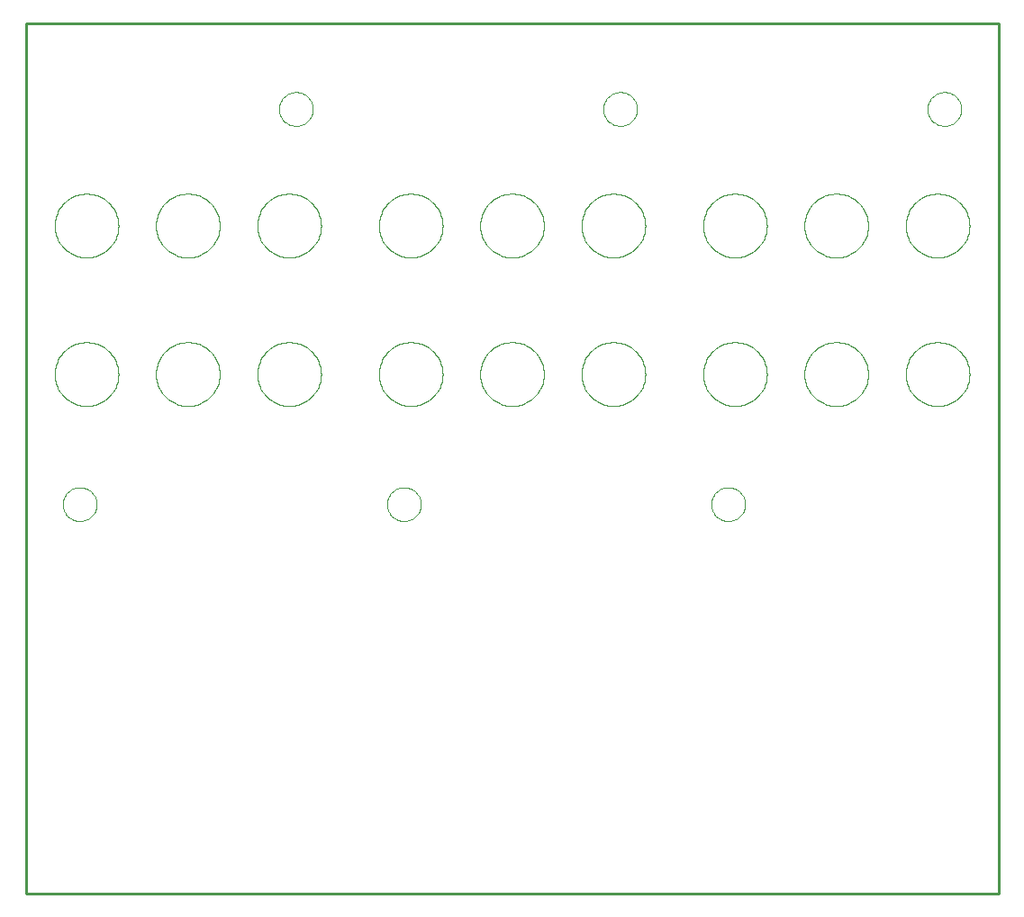
<source format=gm1>
G75*
%MOIN*%
%OFA0B0*%
%FSLAX24Y24*%
%IPPOS*%
%LPD*%
%AMOC8*
5,1,8,0,0,1.08239X$1,22.5*
%
%ADD10C,0.0000*%
%ADD11C,0.0100*%
D10*
X001635Y014610D02*
X001637Y014660D01*
X001643Y014709D01*
X001653Y014758D01*
X001666Y014805D01*
X001684Y014852D01*
X001705Y014897D01*
X001729Y014940D01*
X001757Y014981D01*
X001788Y015020D01*
X001822Y015056D01*
X001859Y015090D01*
X001899Y015120D01*
X001940Y015147D01*
X001984Y015171D01*
X002029Y015191D01*
X002076Y015207D01*
X002124Y015220D01*
X002173Y015229D01*
X002223Y015234D01*
X002272Y015235D01*
X002322Y015232D01*
X002371Y015225D01*
X002420Y015214D01*
X002467Y015200D01*
X002513Y015181D01*
X002558Y015159D01*
X002601Y015134D01*
X002641Y015105D01*
X002679Y015073D01*
X002715Y015039D01*
X002748Y015001D01*
X002777Y014961D01*
X002803Y014919D01*
X002826Y014875D01*
X002845Y014829D01*
X002861Y014782D01*
X002873Y014733D01*
X002881Y014684D01*
X002885Y014635D01*
X002885Y014585D01*
X002881Y014536D01*
X002873Y014487D01*
X002861Y014438D01*
X002845Y014391D01*
X002826Y014345D01*
X002803Y014301D01*
X002777Y014259D01*
X002748Y014219D01*
X002715Y014181D01*
X002679Y014147D01*
X002641Y014115D01*
X002601Y014086D01*
X002558Y014061D01*
X002513Y014039D01*
X002467Y014020D01*
X002420Y014006D01*
X002371Y013995D01*
X002322Y013988D01*
X002272Y013985D01*
X002223Y013986D01*
X002173Y013991D01*
X002124Y014000D01*
X002076Y014013D01*
X002029Y014029D01*
X001984Y014049D01*
X001940Y014073D01*
X001899Y014100D01*
X001859Y014130D01*
X001822Y014164D01*
X001788Y014200D01*
X001757Y014239D01*
X001729Y014280D01*
X001705Y014323D01*
X001684Y014368D01*
X001666Y014415D01*
X001653Y014462D01*
X001643Y014511D01*
X001637Y014560D01*
X001635Y014610D01*
X001329Y019430D02*
X001331Y019499D01*
X001337Y019567D01*
X001347Y019635D01*
X001361Y019702D01*
X001379Y019769D01*
X001400Y019834D01*
X001426Y019898D01*
X001455Y019960D01*
X001487Y020020D01*
X001523Y020079D01*
X001563Y020135D01*
X001605Y020189D01*
X001651Y020240D01*
X001700Y020289D01*
X001751Y020335D01*
X001805Y020377D01*
X001861Y020417D01*
X001919Y020453D01*
X001980Y020485D01*
X002042Y020514D01*
X002106Y020540D01*
X002171Y020561D01*
X002238Y020579D01*
X002305Y020593D01*
X002373Y020603D01*
X002441Y020609D01*
X002510Y020611D01*
X002579Y020609D01*
X002647Y020603D01*
X002715Y020593D01*
X002782Y020579D01*
X002849Y020561D01*
X002914Y020540D01*
X002978Y020514D01*
X003040Y020485D01*
X003100Y020453D01*
X003159Y020417D01*
X003215Y020377D01*
X003269Y020335D01*
X003320Y020289D01*
X003369Y020240D01*
X003415Y020189D01*
X003457Y020135D01*
X003497Y020079D01*
X003533Y020020D01*
X003565Y019960D01*
X003594Y019898D01*
X003620Y019834D01*
X003641Y019769D01*
X003659Y019702D01*
X003673Y019635D01*
X003683Y019567D01*
X003689Y019499D01*
X003691Y019430D01*
X003689Y019361D01*
X003683Y019293D01*
X003673Y019225D01*
X003659Y019158D01*
X003641Y019091D01*
X003620Y019026D01*
X003594Y018962D01*
X003565Y018900D01*
X003533Y018839D01*
X003497Y018781D01*
X003457Y018725D01*
X003415Y018671D01*
X003369Y018620D01*
X003320Y018571D01*
X003269Y018525D01*
X003215Y018483D01*
X003159Y018443D01*
X003101Y018407D01*
X003040Y018375D01*
X002978Y018346D01*
X002914Y018320D01*
X002849Y018299D01*
X002782Y018281D01*
X002715Y018267D01*
X002647Y018257D01*
X002579Y018251D01*
X002510Y018249D01*
X002441Y018251D01*
X002373Y018257D01*
X002305Y018267D01*
X002238Y018281D01*
X002171Y018299D01*
X002106Y018320D01*
X002042Y018346D01*
X001980Y018375D01*
X001919Y018407D01*
X001861Y018443D01*
X001805Y018483D01*
X001751Y018525D01*
X001700Y018571D01*
X001651Y018620D01*
X001605Y018671D01*
X001563Y018725D01*
X001523Y018781D01*
X001487Y018839D01*
X001455Y018900D01*
X001426Y018962D01*
X001400Y019026D01*
X001379Y019091D01*
X001361Y019158D01*
X001347Y019225D01*
X001337Y019293D01*
X001331Y019361D01*
X001329Y019430D01*
X005079Y019430D02*
X005081Y019499D01*
X005087Y019567D01*
X005097Y019635D01*
X005111Y019702D01*
X005129Y019769D01*
X005150Y019834D01*
X005176Y019898D01*
X005205Y019960D01*
X005237Y020020D01*
X005273Y020079D01*
X005313Y020135D01*
X005355Y020189D01*
X005401Y020240D01*
X005450Y020289D01*
X005501Y020335D01*
X005555Y020377D01*
X005611Y020417D01*
X005669Y020453D01*
X005730Y020485D01*
X005792Y020514D01*
X005856Y020540D01*
X005921Y020561D01*
X005988Y020579D01*
X006055Y020593D01*
X006123Y020603D01*
X006191Y020609D01*
X006260Y020611D01*
X006329Y020609D01*
X006397Y020603D01*
X006465Y020593D01*
X006532Y020579D01*
X006599Y020561D01*
X006664Y020540D01*
X006728Y020514D01*
X006790Y020485D01*
X006850Y020453D01*
X006909Y020417D01*
X006965Y020377D01*
X007019Y020335D01*
X007070Y020289D01*
X007119Y020240D01*
X007165Y020189D01*
X007207Y020135D01*
X007247Y020079D01*
X007283Y020020D01*
X007315Y019960D01*
X007344Y019898D01*
X007370Y019834D01*
X007391Y019769D01*
X007409Y019702D01*
X007423Y019635D01*
X007433Y019567D01*
X007439Y019499D01*
X007441Y019430D01*
X007439Y019361D01*
X007433Y019293D01*
X007423Y019225D01*
X007409Y019158D01*
X007391Y019091D01*
X007370Y019026D01*
X007344Y018962D01*
X007315Y018900D01*
X007283Y018839D01*
X007247Y018781D01*
X007207Y018725D01*
X007165Y018671D01*
X007119Y018620D01*
X007070Y018571D01*
X007019Y018525D01*
X006965Y018483D01*
X006909Y018443D01*
X006851Y018407D01*
X006790Y018375D01*
X006728Y018346D01*
X006664Y018320D01*
X006599Y018299D01*
X006532Y018281D01*
X006465Y018267D01*
X006397Y018257D01*
X006329Y018251D01*
X006260Y018249D01*
X006191Y018251D01*
X006123Y018257D01*
X006055Y018267D01*
X005988Y018281D01*
X005921Y018299D01*
X005856Y018320D01*
X005792Y018346D01*
X005730Y018375D01*
X005669Y018407D01*
X005611Y018443D01*
X005555Y018483D01*
X005501Y018525D01*
X005450Y018571D01*
X005401Y018620D01*
X005355Y018671D01*
X005313Y018725D01*
X005273Y018781D01*
X005237Y018839D01*
X005205Y018900D01*
X005176Y018962D01*
X005150Y019026D01*
X005129Y019091D01*
X005111Y019158D01*
X005097Y019225D01*
X005087Y019293D01*
X005081Y019361D01*
X005079Y019430D01*
X008829Y019430D02*
X008831Y019499D01*
X008837Y019567D01*
X008847Y019635D01*
X008861Y019702D01*
X008879Y019769D01*
X008900Y019834D01*
X008926Y019898D01*
X008955Y019960D01*
X008987Y020020D01*
X009023Y020079D01*
X009063Y020135D01*
X009105Y020189D01*
X009151Y020240D01*
X009200Y020289D01*
X009251Y020335D01*
X009305Y020377D01*
X009361Y020417D01*
X009419Y020453D01*
X009480Y020485D01*
X009542Y020514D01*
X009606Y020540D01*
X009671Y020561D01*
X009738Y020579D01*
X009805Y020593D01*
X009873Y020603D01*
X009941Y020609D01*
X010010Y020611D01*
X010079Y020609D01*
X010147Y020603D01*
X010215Y020593D01*
X010282Y020579D01*
X010349Y020561D01*
X010414Y020540D01*
X010478Y020514D01*
X010540Y020485D01*
X010600Y020453D01*
X010659Y020417D01*
X010715Y020377D01*
X010769Y020335D01*
X010820Y020289D01*
X010869Y020240D01*
X010915Y020189D01*
X010957Y020135D01*
X010997Y020079D01*
X011033Y020020D01*
X011065Y019960D01*
X011094Y019898D01*
X011120Y019834D01*
X011141Y019769D01*
X011159Y019702D01*
X011173Y019635D01*
X011183Y019567D01*
X011189Y019499D01*
X011191Y019430D01*
X011189Y019361D01*
X011183Y019293D01*
X011173Y019225D01*
X011159Y019158D01*
X011141Y019091D01*
X011120Y019026D01*
X011094Y018962D01*
X011065Y018900D01*
X011033Y018839D01*
X010997Y018781D01*
X010957Y018725D01*
X010915Y018671D01*
X010869Y018620D01*
X010820Y018571D01*
X010769Y018525D01*
X010715Y018483D01*
X010659Y018443D01*
X010601Y018407D01*
X010540Y018375D01*
X010478Y018346D01*
X010414Y018320D01*
X010349Y018299D01*
X010282Y018281D01*
X010215Y018267D01*
X010147Y018257D01*
X010079Y018251D01*
X010010Y018249D01*
X009941Y018251D01*
X009873Y018257D01*
X009805Y018267D01*
X009738Y018281D01*
X009671Y018299D01*
X009606Y018320D01*
X009542Y018346D01*
X009480Y018375D01*
X009419Y018407D01*
X009361Y018443D01*
X009305Y018483D01*
X009251Y018525D01*
X009200Y018571D01*
X009151Y018620D01*
X009105Y018671D01*
X009063Y018725D01*
X009023Y018781D01*
X008987Y018839D01*
X008955Y018900D01*
X008926Y018962D01*
X008900Y019026D01*
X008879Y019091D01*
X008861Y019158D01*
X008847Y019225D01*
X008837Y019293D01*
X008831Y019361D01*
X008829Y019430D01*
X013329Y019430D02*
X013331Y019499D01*
X013337Y019567D01*
X013347Y019635D01*
X013361Y019702D01*
X013379Y019769D01*
X013400Y019834D01*
X013426Y019898D01*
X013455Y019960D01*
X013487Y020020D01*
X013523Y020079D01*
X013563Y020135D01*
X013605Y020189D01*
X013651Y020240D01*
X013700Y020289D01*
X013751Y020335D01*
X013805Y020377D01*
X013861Y020417D01*
X013919Y020453D01*
X013980Y020485D01*
X014042Y020514D01*
X014106Y020540D01*
X014171Y020561D01*
X014238Y020579D01*
X014305Y020593D01*
X014373Y020603D01*
X014441Y020609D01*
X014510Y020611D01*
X014579Y020609D01*
X014647Y020603D01*
X014715Y020593D01*
X014782Y020579D01*
X014849Y020561D01*
X014914Y020540D01*
X014978Y020514D01*
X015040Y020485D01*
X015100Y020453D01*
X015159Y020417D01*
X015215Y020377D01*
X015269Y020335D01*
X015320Y020289D01*
X015369Y020240D01*
X015415Y020189D01*
X015457Y020135D01*
X015497Y020079D01*
X015533Y020020D01*
X015565Y019960D01*
X015594Y019898D01*
X015620Y019834D01*
X015641Y019769D01*
X015659Y019702D01*
X015673Y019635D01*
X015683Y019567D01*
X015689Y019499D01*
X015691Y019430D01*
X015689Y019361D01*
X015683Y019293D01*
X015673Y019225D01*
X015659Y019158D01*
X015641Y019091D01*
X015620Y019026D01*
X015594Y018962D01*
X015565Y018900D01*
X015533Y018839D01*
X015497Y018781D01*
X015457Y018725D01*
X015415Y018671D01*
X015369Y018620D01*
X015320Y018571D01*
X015269Y018525D01*
X015215Y018483D01*
X015159Y018443D01*
X015101Y018407D01*
X015040Y018375D01*
X014978Y018346D01*
X014914Y018320D01*
X014849Y018299D01*
X014782Y018281D01*
X014715Y018267D01*
X014647Y018257D01*
X014579Y018251D01*
X014510Y018249D01*
X014441Y018251D01*
X014373Y018257D01*
X014305Y018267D01*
X014238Y018281D01*
X014171Y018299D01*
X014106Y018320D01*
X014042Y018346D01*
X013980Y018375D01*
X013919Y018407D01*
X013861Y018443D01*
X013805Y018483D01*
X013751Y018525D01*
X013700Y018571D01*
X013651Y018620D01*
X013605Y018671D01*
X013563Y018725D01*
X013523Y018781D01*
X013487Y018839D01*
X013455Y018900D01*
X013426Y018962D01*
X013400Y019026D01*
X013379Y019091D01*
X013361Y019158D01*
X013347Y019225D01*
X013337Y019293D01*
X013331Y019361D01*
X013329Y019430D01*
X017079Y019430D02*
X017081Y019499D01*
X017087Y019567D01*
X017097Y019635D01*
X017111Y019702D01*
X017129Y019769D01*
X017150Y019834D01*
X017176Y019898D01*
X017205Y019960D01*
X017237Y020020D01*
X017273Y020079D01*
X017313Y020135D01*
X017355Y020189D01*
X017401Y020240D01*
X017450Y020289D01*
X017501Y020335D01*
X017555Y020377D01*
X017611Y020417D01*
X017669Y020453D01*
X017730Y020485D01*
X017792Y020514D01*
X017856Y020540D01*
X017921Y020561D01*
X017988Y020579D01*
X018055Y020593D01*
X018123Y020603D01*
X018191Y020609D01*
X018260Y020611D01*
X018329Y020609D01*
X018397Y020603D01*
X018465Y020593D01*
X018532Y020579D01*
X018599Y020561D01*
X018664Y020540D01*
X018728Y020514D01*
X018790Y020485D01*
X018850Y020453D01*
X018909Y020417D01*
X018965Y020377D01*
X019019Y020335D01*
X019070Y020289D01*
X019119Y020240D01*
X019165Y020189D01*
X019207Y020135D01*
X019247Y020079D01*
X019283Y020020D01*
X019315Y019960D01*
X019344Y019898D01*
X019370Y019834D01*
X019391Y019769D01*
X019409Y019702D01*
X019423Y019635D01*
X019433Y019567D01*
X019439Y019499D01*
X019441Y019430D01*
X019439Y019361D01*
X019433Y019293D01*
X019423Y019225D01*
X019409Y019158D01*
X019391Y019091D01*
X019370Y019026D01*
X019344Y018962D01*
X019315Y018900D01*
X019283Y018839D01*
X019247Y018781D01*
X019207Y018725D01*
X019165Y018671D01*
X019119Y018620D01*
X019070Y018571D01*
X019019Y018525D01*
X018965Y018483D01*
X018909Y018443D01*
X018851Y018407D01*
X018790Y018375D01*
X018728Y018346D01*
X018664Y018320D01*
X018599Y018299D01*
X018532Y018281D01*
X018465Y018267D01*
X018397Y018257D01*
X018329Y018251D01*
X018260Y018249D01*
X018191Y018251D01*
X018123Y018257D01*
X018055Y018267D01*
X017988Y018281D01*
X017921Y018299D01*
X017856Y018320D01*
X017792Y018346D01*
X017730Y018375D01*
X017669Y018407D01*
X017611Y018443D01*
X017555Y018483D01*
X017501Y018525D01*
X017450Y018571D01*
X017401Y018620D01*
X017355Y018671D01*
X017313Y018725D01*
X017273Y018781D01*
X017237Y018839D01*
X017205Y018900D01*
X017176Y018962D01*
X017150Y019026D01*
X017129Y019091D01*
X017111Y019158D01*
X017097Y019225D01*
X017087Y019293D01*
X017081Y019361D01*
X017079Y019430D01*
X020829Y019430D02*
X020831Y019499D01*
X020837Y019567D01*
X020847Y019635D01*
X020861Y019702D01*
X020879Y019769D01*
X020900Y019834D01*
X020926Y019898D01*
X020955Y019960D01*
X020987Y020020D01*
X021023Y020079D01*
X021063Y020135D01*
X021105Y020189D01*
X021151Y020240D01*
X021200Y020289D01*
X021251Y020335D01*
X021305Y020377D01*
X021361Y020417D01*
X021419Y020453D01*
X021480Y020485D01*
X021542Y020514D01*
X021606Y020540D01*
X021671Y020561D01*
X021738Y020579D01*
X021805Y020593D01*
X021873Y020603D01*
X021941Y020609D01*
X022010Y020611D01*
X022079Y020609D01*
X022147Y020603D01*
X022215Y020593D01*
X022282Y020579D01*
X022349Y020561D01*
X022414Y020540D01*
X022478Y020514D01*
X022540Y020485D01*
X022600Y020453D01*
X022659Y020417D01*
X022715Y020377D01*
X022769Y020335D01*
X022820Y020289D01*
X022869Y020240D01*
X022915Y020189D01*
X022957Y020135D01*
X022997Y020079D01*
X023033Y020020D01*
X023065Y019960D01*
X023094Y019898D01*
X023120Y019834D01*
X023141Y019769D01*
X023159Y019702D01*
X023173Y019635D01*
X023183Y019567D01*
X023189Y019499D01*
X023191Y019430D01*
X023189Y019361D01*
X023183Y019293D01*
X023173Y019225D01*
X023159Y019158D01*
X023141Y019091D01*
X023120Y019026D01*
X023094Y018962D01*
X023065Y018900D01*
X023033Y018839D01*
X022997Y018781D01*
X022957Y018725D01*
X022915Y018671D01*
X022869Y018620D01*
X022820Y018571D01*
X022769Y018525D01*
X022715Y018483D01*
X022659Y018443D01*
X022601Y018407D01*
X022540Y018375D01*
X022478Y018346D01*
X022414Y018320D01*
X022349Y018299D01*
X022282Y018281D01*
X022215Y018267D01*
X022147Y018257D01*
X022079Y018251D01*
X022010Y018249D01*
X021941Y018251D01*
X021873Y018257D01*
X021805Y018267D01*
X021738Y018281D01*
X021671Y018299D01*
X021606Y018320D01*
X021542Y018346D01*
X021480Y018375D01*
X021419Y018407D01*
X021361Y018443D01*
X021305Y018483D01*
X021251Y018525D01*
X021200Y018571D01*
X021151Y018620D01*
X021105Y018671D01*
X021063Y018725D01*
X021023Y018781D01*
X020987Y018839D01*
X020955Y018900D01*
X020926Y018962D01*
X020900Y019026D01*
X020879Y019091D01*
X020861Y019158D01*
X020847Y019225D01*
X020837Y019293D01*
X020831Y019361D01*
X020829Y019430D01*
X025329Y019430D02*
X025331Y019499D01*
X025337Y019567D01*
X025347Y019635D01*
X025361Y019702D01*
X025379Y019769D01*
X025400Y019834D01*
X025426Y019898D01*
X025455Y019960D01*
X025487Y020020D01*
X025523Y020079D01*
X025563Y020135D01*
X025605Y020189D01*
X025651Y020240D01*
X025700Y020289D01*
X025751Y020335D01*
X025805Y020377D01*
X025861Y020417D01*
X025919Y020453D01*
X025980Y020485D01*
X026042Y020514D01*
X026106Y020540D01*
X026171Y020561D01*
X026238Y020579D01*
X026305Y020593D01*
X026373Y020603D01*
X026441Y020609D01*
X026510Y020611D01*
X026579Y020609D01*
X026647Y020603D01*
X026715Y020593D01*
X026782Y020579D01*
X026849Y020561D01*
X026914Y020540D01*
X026978Y020514D01*
X027040Y020485D01*
X027100Y020453D01*
X027159Y020417D01*
X027215Y020377D01*
X027269Y020335D01*
X027320Y020289D01*
X027369Y020240D01*
X027415Y020189D01*
X027457Y020135D01*
X027497Y020079D01*
X027533Y020020D01*
X027565Y019960D01*
X027594Y019898D01*
X027620Y019834D01*
X027641Y019769D01*
X027659Y019702D01*
X027673Y019635D01*
X027683Y019567D01*
X027689Y019499D01*
X027691Y019430D01*
X027689Y019361D01*
X027683Y019293D01*
X027673Y019225D01*
X027659Y019158D01*
X027641Y019091D01*
X027620Y019026D01*
X027594Y018962D01*
X027565Y018900D01*
X027533Y018839D01*
X027497Y018781D01*
X027457Y018725D01*
X027415Y018671D01*
X027369Y018620D01*
X027320Y018571D01*
X027269Y018525D01*
X027215Y018483D01*
X027159Y018443D01*
X027101Y018407D01*
X027040Y018375D01*
X026978Y018346D01*
X026914Y018320D01*
X026849Y018299D01*
X026782Y018281D01*
X026715Y018267D01*
X026647Y018257D01*
X026579Y018251D01*
X026510Y018249D01*
X026441Y018251D01*
X026373Y018257D01*
X026305Y018267D01*
X026238Y018281D01*
X026171Y018299D01*
X026106Y018320D01*
X026042Y018346D01*
X025980Y018375D01*
X025919Y018407D01*
X025861Y018443D01*
X025805Y018483D01*
X025751Y018525D01*
X025700Y018571D01*
X025651Y018620D01*
X025605Y018671D01*
X025563Y018725D01*
X025523Y018781D01*
X025487Y018839D01*
X025455Y018900D01*
X025426Y018962D01*
X025400Y019026D01*
X025379Y019091D01*
X025361Y019158D01*
X025347Y019225D01*
X025337Y019293D01*
X025331Y019361D01*
X025329Y019430D01*
X029079Y019430D02*
X029081Y019499D01*
X029087Y019567D01*
X029097Y019635D01*
X029111Y019702D01*
X029129Y019769D01*
X029150Y019834D01*
X029176Y019898D01*
X029205Y019960D01*
X029237Y020020D01*
X029273Y020079D01*
X029313Y020135D01*
X029355Y020189D01*
X029401Y020240D01*
X029450Y020289D01*
X029501Y020335D01*
X029555Y020377D01*
X029611Y020417D01*
X029669Y020453D01*
X029730Y020485D01*
X029792Y020514D01*
X029856Y020540D01*
X029921Y020561D01*
X029988Y020579D01*
X030055Y020593D01*
X030123Y020603D01*
X030191Y020609D01*
X030260Y020611D01*
X030329Y020609D01*
X030397Y020603D01*
X030465Y020593D01*
X030532Y020579D01*
X030599Y020561D01*
X030664Y020540D01*
X030728Y020514D01*
X030790Y020485D01*
X030850Y020453D01*
X030909Y020417D01*
X030965Y020377D01*
X031019Y020335D01*
X031070Y020289D01*
X031119Y020240D01*
X031165Y020189D01*
X031207Y020135D01*
X031247Y020079D01*
X031283Y020020D01*
X031315Y019960D01*
X031344Y019898D01*
X031370Y019834D01*
X031391Y019769D01*
X031409Y019702D01*
X031423Y019635D01*
X031433Y019567D01*
X031439Y019499D01*
X031441Y019430D01*
X031439Y019361D01*
X031433Y019293D01*
X031423Y019225D01*
X031409Y019158D01*
X031391Y019091D01*
X031370Y019026D01*
X031344Y018962D01*
X031315Y018900D01*
X031283Y018839D01*
X031247Y018781D01*
X031207Y018725D01*
X031165Y018671D01*
X031119Y018620D01*
X031070Y018571D01*
X031019Y018525D01*
X030965Y018483D01*
X030909Y018443D01*
X030851Y018407D01*
X030790Y018375D01*
X030728Y018346D01*
X030664Y018320D01*
X030599Y018299D01*
X030532Y018281D01*
X030465Y018267D01*
X030397Y018257D01*
X030329Y018251D01*
X030260Y018249D01*
X030191Y018251D01*
X030123Y018257D01*
X030055Y018267D01*
X029988Y018281D01*
X029921Y018299D01*
X029856Y018320D01*
X029792Y018346D01*
X029730Y018375D01*
X029669Y018407D01*
X029611Y018443D01*
X029555Y018483D01*
X029501Y018525D01*
X029450Y018571D01*
X029401Y018620D01*
X029355Y018671D01*
X029313Y018725D01*
X029273Y018781D01*
X029237Y018839D01*
X029205Y018900D01*
X029176Y018962D01*
X029150Y019026D01*
X029129Y019091D01*
X029111Y019158D01*
X029097Y019225D01*
X029087Y019293D01*
X029081Y019361D01*
X029079Y019430D01*
X032829Y019430D02*
X032831Y019499D01*
X032837Y019567D01*
X032847Y019635D01*
X032861Y019702D01*
X032879Y019769D01*
X032900Y019834D01*
X032926Y019898D01*
X032955Y019960D01*
X032987Y020020D01*
X033023Y020079D01*
X033063Y020135D01*
X033105Y020189D01*
X033151Y020240D01*
X033200Y020289D01*
X033251Y020335D01*
X033305Y020377D01*
X033361Y020417D01*
X033419Y020453D01*
X033480Y020485D01*
X033542Y020514D01*
X033606Y020540D01*
X033671Y020561D01*
X033738Y020579D01*
X033805Y020593D01*
X033873Y020603D01*
X033941Y020609D01*
X034010Y020611D01*
X034079Y020609D01*
X034147Y020603D01*
X034215Y020593D01*
X034282Y020579D01*
X034349Y020561D01*
X034414Y020540D01*
X034478Y020514D01*
X034540Y020485D01*
X034600Y020453D01*
X034659Y020417D01*
X034715Y020377D01*
X034769Y020335D01*
X034820Y020289D01*
X034869Y020240D01*
X034915Y020189D01*
X034957Y020135D01*
X034997Y020079D01*
X035033Y020020D01*
X035065Y019960D01*
X035094Y019898D01*
X035120Y019834D01*
X035141Y019769D01*
X035159Y019702D01*
X035173Y019635D01*
X035183Y019567D01*
X035189Y019499D01*
X035191Y019430D01*
X035189Y019361D01*
X035183Y019293D01*
X035173Y019225D01*
X035159Y019158D01*
X035141Y019091D01*
X035120Y019026D01*
X035094Y018962D01*
X035065Y018900D01*
X035033Y018839D01*
X034997Y018781D01*
X034957Y018725D01*
X034915Y018671D01*
X034869Y018620D01*
X034820Y018571D01*
X034769Y018525D01*
X034715Y018483D01*
X034659Y018443D01*
X034601Y018407D01*
X034540Y018375D01*
X034478Y018346D01*
X034414Y018320D01*
X034349Y018299D01*
X034282Y018281D01*
X034215Y018267D01*
X034147Y018257D01*
X034079Y018251D01*
X034010Y018249D01*
X033941Y018251D01*
X033873Y018257D01*
X033805Y018267D01*
X033738Y018281D01*
X033671Y018299D01*
X033606Y018320D01*
X033542Y018346D01*
X033480Y018375D01*
X033419Y018407D01*
X033361Y018443D01*
X033305Y018483D01*
X033251Y018525D01*
X033200Y018571D01*
X033151Y018620D01*
X033105Y018671D01*
X033063Y018725D01*
X033023Y018781D01*
X032987Y018839D01*
X032955Y018900D01*
X032926Y018962D01*
X032900Y019026D01*
X032879Y019091D01*
X032861Y019158D01*
X032847Y019225D01*
X032837Y019293D01*
X032831Y019361D01*
X032829Y019430D01*
X032829Y024930D02*
X032831Y024999D01*
X032837Y025067D01*
X032847Y025135D01*
X032861Y025202D01*
X032879Y025269D01*
X032900Y025334D01*
X032926Y025398D01*
X032955Y025460D01*
X032987Y025520D01*
X033023Y025579D01*
X033063Y025635D01*
X033105Y025689D01*
X033151Y025740D01*
X033200Y025789D01*
X033251Y025835D01*
X033305Y025877D01*
X033361Y025917D01*
X033419Y025953D01*
X033480Y025985D01*
X033542Y026014D01*
X033606Y026040D01*
X033671Y026061D01*
X033738Y026079D01*
X033805Y026093D01*
X033873Y026103D01*
X033941Y026109D01*
X034010Y026111D01*
X034079Y026109D01*
X034147Y026103D01*
X034215Y026093D01*
X034282Y026079D01*
X034349Y026061D01*
X034414Y026040D01*
X034478Y026014D01*
X034540Y025985D01*
X034600Y025953D01*
X034659Y025917D01*
X034715Y025877D01*
X034769Y025835D01*
X034820Y025789D01*
X034869Y025740D01*
X034915Y025689D01*
X034957Y025635D01*
X034997Y025579D01*
X035033Y025520D01*
X035065Y025460D01*
X035094Y025398D01*
X035120Y025334D01*
X035141Y025269D01*
X035159Y025202D01*
X035173Y025135D01*
X035183Y025067D01*
X035189Y024999D01*
X035191Y024930D01*
X035189Y024861D01*
X035183Y024793D01*
X035173Y024725D01*
X035159Y024658D01*
X035141Y024591D01*
X035120Y024526D01*
X035094Y024462D01*
X035065Y024400D01*
X035033Y024339D01*
X034997Y024281D01*
X034957Y024225D01*
X034915Y024171D01*
X034869Y024120D01*
X034820Y024071D01*
X034769Y024025D01*
X034715Y023983D01*
X034659Y023943D01*
X034601Y023907D01*
X034540Y023875D01*
X034478Y023846D01*
X034414Y023820D01*
X034349Y023799D01*
X034282Y023781D01*
X034215Y023767D01*
X034147Y023757D01*
X034079Y023751D01*
X034010Y023749D01*
X033941Y023751D01*
X033873Y023757D01*
X033805Y023767D01*
X033738Y023781D01*
X033671Y023799D01*
X033606Y023820D01*
X033542Y023846D01*
X033480Y023875D01*
X033419Y023907D01*
X033361Y023943D01*
X033305Y023983D01*
X033251Y024025D01*
X033200Y024071D01*
X033151Y024120D01*
X033105Y024171D01*
X033063Y024225D01*
X033023Y024281D01*
X032987Y024339D01*
X032955Y024400D01*
X032926Y024462D01*
X032900Y024526D01*
X032879Y024591D01*
X032861Y024658D01*
X032847Y024725D01*
X032837Y024793D01*
X032831Y024861D01*
X032829Y024930D01*
X029079Y024930D02*
X029081Y024999D01*
X029087Y025067D01*
X029097Y025135D01*
X029111Y025202D01*
X029129Y025269D01*
X029150Y025334D01*
X029176Y025398D01*
X029205Y025460D01*
X029237Y025520D01*
X029273Y025579D01*
X029313Y025635D01*
X029355Y025689D01*
X029401Y025740D01*
X029450Y025789D01*
X029501Y025835D01*
X029555Y025877D01*
X029611Y025917D01*
X029669Y025953D01*
X029730Y025985D01*
X029792Y026014D01*
X029856Y026040D01*
X029921Y026061D01*
X029988Y026079D01*
X030055Y026093D01*
X030123Y026103D01*
X030191Y026109D01*
X030260Y026111D01*
X030329Y026109D01*
X030397Y026103D01*
X030465Y026093D01*
X030532Y026079D01*
X030599Y026061D01*
X030664Y026040D01*
X030728Y026014D01*
X030790Y025985D01*
X030850Y025953D01*
X030909Y025917D01*
X030965Y025877D01*
X031019Y025835D01*
X031070Y025789D01*
X031119Y025740D01*
X031165Y025689D01*
X031207Y025635D01*
X031247Y025579D01*
X031283Y025520D01*
X031315Y025460D01*
X031344Y025398D01*
X031370Y025334D01*
X031391Y025269D01*
X031409Y025202D01*
X031423Y025135D01*
X031433Y025067D01*
X031439Y024999D01*
X031441Y024930D01*
X031439Y024861D01*
X031433Y024793D01*
X031423Y024725D01*
X031409Y024658D01*
X031391Y024591D01*
X031370Y024526D01*
X031344Y024462D01*
X031315Y024400D01*
X031283Y024339D01*
X031247Y024281D01*
X031207Y024225D01*
X031165Y024171D01*
X031119Y024120D01*
X031070Y024071D01*
X031019Y024025D01*
X030965Y023983D01*
X030909Y023943D01*
X030851Y023907D01*
X030790Y023875D01*
X030728Y023846D01*
X030664Y023820D01*
X030599Y023799D01*
X030532Y023781D01*
X030465Y023767D01*
X030397Y023757D01*
X030329Y023751D01*
X030260Y023749D01*
X030191Y023751D01*
X030123Y023757D01*
X030055Y023767D01*
X029988Y023781D01*
X029921Y023799D01*
X029856Y023820D01*
X029792Y023846D01*
X029730Y023875D01*
X029669Y023907D01*
X029611Y023943D01*
X029555Y023983D01*
X029501Y024025D01*
X029450Y024071D01*
X029401Y024120D01*
X029355Y024171D01*
X029313Y024225D01*
X029273Y024281D01*
X029237Y024339D01*
X029205Y024400D01*
X029176Y024462D01*
X029150Y024526D01*
X029129Y024591D01*
X029111Y024658D01*
X029097Y024725D01*
X029087Y024793D01*
X029081Y024861D01*
X029079Y024930D01*
X025329Y024930D02*
X025331Y024999D01*
X025337Y025067D01*
X025347Y025135D01*
X025361Y025202D01*
X025379Y025269D01*
X025400Y025334D01*
X025426Y025398D01*
X025455Y025460D01*
X025487Y025520D01*
X025523Y025579D01*
X025563Y025635D01*
X025605Y025689D01*
X025651Y025740D01*
X025700Y025789D01*
X025751Y025835D01*
X025805Y025877D01*
X025861Y025917D01*
X025919Y025953D01*
X025980Y025985D01*
X026042Y026014D01*
X026106Y026040D01*
X026171Y026061D01*
X026238Y026079D01*
X026305Y026093D01*
X026373Y026103D01*
X026441Y026109D01*
X026510Y026111D01*
X026579Y026109D01*
X026647Y026103D01*
X026715Y026093D01*
X026782Y026079D01*
X026849Y026061D01*
X026914Y026040D01*
X026978Y026014D01*
X027040Y025985D01*
X027100Y025953D01*
X027159Y025917D01*
X027215Y025877D01*
X027269Y025835D01*
X027320Y025789D01*
X027369Y025740D01*
X027415Y025689D01*
X027457Y025635D01*
X027497Y025579D01*
X027533Y025520D01*
X027565Y025460D01*
X027594Y025398D01*
X027620Y025334D01*
X027641Y025269D01*
X027659Y025202D01*
X027673Y025135D01*
X027683Y025067D01*
X027689Y024999D01*
X027691Y024930D01*
X027689Y024861D01*
X027683Y024793D01*
X027673Y024725D01*
X027659Y024658D01*
X027641Y024591D01*
X027620Y024526D01*
X027594Y024462D01*
X027565Y024400D01*
X027533Y024339D01*
X027497Y024281D01*
X027457Y024225D01*
X027415Y024171D01*
X027369Y024120D01*
X027320Y024071D01*
X027269Y024025D01*
X027215Y023983D01*
X027159Y023943D01*
X027101Y023907D01*
X027040Y023875D01*
X026978Y023846D01*
X026914Y023820D01*
X026849Y023799D01*
X026782Y023781D01*
X026715Y023767D01*
X026647Y023757D01*
X026579Y023751D01*
X026510Y023749D01*
X026441Y023751D01*
X026373Y023757D01*
X026305Y023767D01*
X026238Y023781D01*
X026171Y023799D01*
X026106Y023820D01*
X026042Y023846D01*
X025980Y023875D01*
X025919Y023907D01*
X025861Y023943D01*
X025805Y023983D01*
X025751Y024025D01*
X025700Y024071D01*
X025651Y024120D01*
X025605Y024171D01*
X025563Y024225D01*
X025523Y024281D01*
X025487Y024339D01*
X025455Y024400D01*
X025426Y024462D01*
X025400Y024526D01*
X025379Y024591D01*
X025361Y024658D01*
X025347Y024725D01*
X025337Y024793D01*
X025331Y024861D01*
X025329Y024930D01*
X020829Y024930D02*
X020831Y024999D01*
X020837Y025067D01*
X020847Y025135D01*
X020861Y025202D01*
X020879Y025269D01*
X020900Y025334D01*
X020926Y025398D01*
X020955Y025460D01*
X020987Y025520D01*
X021023Y025579D01*
X021063Y025635D01*
X021105Y025689D01*
X021151Y025740D01*
X021200Y025789D01*
X021251Y025835D01*
X021305Y025877D01*
X021361Y025917D01*
X021419Y025953D01*
X021480Y025985D01*
X021542Y026014D01*
X021606Y026040D01*
X021671Y026061D01*
X021738Y026079D01*
X021805Y026093D01*
X021873Y026103D01*
X021941Y026109D01*
X022010Y026111D01*
X022079Y026109D01*
X022147Y026103D01*
X022215Y026093D01*
X022282Y026079D01*
X022349Y026061D01*
X022414Y026040D01*
X022478Y026014D01*
X022540Y025985D01*
X022600Y025953D01*
X022659Y025917D01*
X022715Y025877D01*
X022769Y025835D01*
X022820Y025789D01*
X022869Y025740D01*
X022915Y025689D01*
X022957Y025635D01*
X022997Y025579D01*
X023033Y025520D01*
X023065Y025460D01*
X023094Y025398D01*
X023120Y025334D01*
X023141Y025269D01*
X023159Y025202D01*
X023173Y025135D01*
X023183Y025067D01*
X023189Y024999D01*
X023191Y024930D01*
X023189Y024861D01*
X023183Y024793D01*
X023173Y024725D01*
X023159Y024658D01*
X023141Y024591D01*
X023120Y024526D01*
X023094Y024462D01*
X023065Y024400D01*
X023033Y024339D01*
X022997Y024281D01*
X022957Y024225D01*
X022915Y024171D01*
X022869Y024120D01*
X022820Y024071D01*
X022769Y024025D01*
X022715Y023983D01*
X022659Y023943D01*
X022601Y023907D01*
X022540Y023875D01*
X022478Y023846D01*
X022414Y023820D01*
X022349Y023799D01*
X022282Y023781D01*
X022215Y023767D01*
X022147Y023757D01*
X022079Y023751D01*
X022010Y023749D01*
X021941Y023751D01*
X021873Y023757D01*
X021805Y023767D01*
X021738Y023781D01*
X021671Y023799D01*
X021606Y023820D01*
X021542Y023846D01*
X021480Y023875D01*
X021419Y023907D01*
X021361Y023943D01*
X021305Y023983D01*
X021251Y024025D01*
X021200Y024071D01*
X021151Y024120D01*
X021105Y024171D01*
X021063Y024225D01*
X021023Y024281D01*
X020987Y024339D01*
X020955Y024400D01*
X020926Y024462D01*
X020900Y024526D01*
X020879Y024591D01*
X020861Y024658D01*
X020847Y024725D01*
X020837Y024793D01*
X020831Y024861D01*
X020829Y024930D01*
X017079Y024930D02*
X017081Y024999D01*
X017087Y025067D01*
X017097Y025135D01*
X017111Y025202D01*
X017129Y025269D01*
X017150Y025334D01*
X017176Y025398D01*
X017205Y025460D01*
X017237Y025520D01*
X017273Y025579D01*
X017313Y025635D01*
X017355Y025689D01*
X017401Y025740D01*
X017450Y025789D01*
X017501Y025835D01*
X017555Y025877D01*
X017611Y025917D01*
X017669Y025953D01*
X017730Y025985D01*
X017792Y026014D01*
X017856Y026040D01*
X017921Y026061D01*
X017988Y026079D01*
X018055Y026093D01*
X018123Y026103D01*
X018191Y026109D01*
X018260Y026111D01*
X018329Y026109D01*
X018397Y026103D01*
X018465Y026093D01*
X018532Y026079D01*
X018599Y026061D01*
X018664Y026040D01*
X018728Y026014D01*
X018790Y025985D01*
X018850Y025953D01*
X018909Y025917D01*
X018965Y025877D01*
X019019Y025835D01*
X019070Y025789D01*
X019119Y025740D01*
X019165Y025689D01*
X019207Y025635D01*
X019247Y025579D01*
X019283Y025520D01*
X019315Y025460D01*
X019344Y025398D01*
X019370Y025334D01*
X019391Y025269D01*
X019409Y025202D01*
X019423Y025135D01*
X019433Y025067D01*
X019439Y024999D01*
X019441Y024930D01*
X019439Y024861D01*
X019433Y024793D01*
X019423Y024725D01*
X019409Y024658D01*
X019391Y024591D01*
X019370Y024526D01*
X019344Y024462D01*
X019315Y024400D01*
X019283Y024339D01*
X019247Y024281D01*
X019207Y024225D01*
X019165Y024171D01*
X019119Y024120D01*
X019070Y024071D01*
X019019Y024025D01*
X018965Y023983D01*
X018909Y023943D01*
X018851Y023907D01*
X018790Y023875D01*
X018728Y023846D01*
X018664Y023820D01*
X018599Y023799D01*
X018532Y023781D01*
X018465Y023767D01*
X018397Y023757D01*
X018329Y023751D01*
X018260Y023749D01*
X018191Y023751D01*
X018123Y023757D01*
X018055Y023767D01*
X017988Y023781D01*
X017921Y023799D01*
X017856Y023820D01*
X017792Y023846D01*
X017730Y023875D01*
X017669Y023907D01*
X017611Y023943D01*
X017555Y023983D01*
X017501Y024025D01*
X017450Y024071D01*
X017401Y024120D01*
X017355Y024171D01*
X017313Y024225D01*
X017273Y024281D01*
X017237Y024339D01*
X017205Y024400D01*
X017176Y024462D01*
X017150Y024526D01*
X017129Y024591D01*
X017111Y024658D01*
X017097Y024725D01*
X017087Y024793D01*
X017081Y024861D01*
X017079Y024930D01*
X013329Y024930D02*
X013331Y024999D01*
X013337Y025067D01*
X013347Y025135D01*
X013361Y025202D01*
X013379Y025269D01*
X013400Y025334D01*
X013426Y025398D01*
X013455Y025460D01*
X013487Y025520D01*
X013523Y025579D01*
X013563Y025635D01*
X013605Y025689D01*
X013651Y025740D01*
X013700Y025789D01*
X013751Y025835D01*
X013805Y025877D01*
X013861Y025917D01*
X013919Y025953D01*
X013980Y025985D01*
X014042Y026014D01*
X014106Y026040D01*
X014171Y026061D01*
X014238Y026079D01*
X014305Y026093D01*
X014373Y026103D01*
X014441Y026109D01*
X014510Y026111D01*
X014579Y026109D01*
X014647Y026103D01*
X014715Y026093D01*
X014782Y026079D01*
X014849Y026061D01*
X014914Y026040D01*
X014978Y026014D01*
X015040Y025985D01*
X015100Y025953D01*
X015159Y025917D01*
X015215Y025877D01*
X015269Y025835D01*
X015320Y025789D01*
X015369Y025740D01*
X015415Y025689D01*
X015457Y025635D01*
X015497Y025579D01*
X015533Y025520D01*
X015565Y025460D01*
X015594Y025398D01*
X015620Y025334D01*
X015641Y025269D01*
X015659Y025202D01*
X015673Y025135D01*
X015683Y025067D01*
X015689Y024999D01*
X015691Y024930D01*
X015689Y024861D01*
X015683Y024793D01*
X015673Y024725D01*
X015659Y024658D01*
X015641Y024591D01*
X015620Y024526D01*
X015594Y024462D01*
X015565Y024400D01*
X015533Y024339D01*
X015497Y024281D01*
X015457Y024225D01*
X015415Y024171D01*
X015369Y024120D01*
X015320Y024071D01*
X015269Y024025D01*
X015215Y023983D01*
X015159Y023943D01*
X015101Y023907D01*
X015040Y023875D01*
X014978Y023846D01*
X014914Y023820D01*
X014849Y023799D01*
X014782Y023781D01*
X014715Y023767D01*
X014647Y023757D01*
X014579Y023751D01*
X014510Y023749D01*
X014441Y023751D01*
X014373Y023757D01*
X014305Y023767D01*
X014238Y023781D01*
X014171Y023799D01*
X014106Y023820D01*
X014042Y023846D01*
X013980Y023875D01*
X013919Y023907D01*
X013861Y023943D01*
X013805Y023983D01*
X013751Y024025D01*
X013700Y024071D01*
X013651Y024120D01*
X013605Y024171D01*
X013563Y024225D01*
X013523Y024281D01*
X013487Y024339D01*
X013455Y024400D01*
X013426Y024462D01*
X013400Y024526D01*
X013379Y024591D01*
X013361Y024658D01*
X013347Y024725D01*
X013337Y024793D01*
X013331Y024861D01*
X013329Y024930D01*
X008829Y024930D02*
X008831Y024999D01*
X008837Y025067D01*
X008847Y025135D01*
X008861Y025202D01*
X008879Y025269D01*
X008900Y025334D01*
X008926Y025398D01*
X008955Y025460D01*
X008987Y025520D01*
X009023Y025579D01*
X009063Y025635D01*
X009105Y025689D01*
X009151Y025740D01*
X009200Y025789D01*
X009251Y025835D01*
X009305Y025877D01*
X009361Y025917D01*
X009419Y025953D01*
X009480Y025985D01*
X009542Y026014D01*
X009606Y026040D01*
X009671Y026061D01*
X009738Y026079D01*
X009805Y026093D01*
X009873Y026103D01*
X009941Y026109D01*
X010010Y026111D01*
X010079Y026109D01*
X010147Y026103D01*
X010215Y026093D01*
X010282Y026079D01*
X010349Y026061D01*
X010414Y026040D01*
X010478Y026014D01*
X010540Y025985D01*
X010600Y025953D01*
X010659Y025917D01*
X010715Y025877D01*
X010769Y025835D01*
X010820Y025789D01*
X010869Y025740D01*
X010915Y025689D01*
X010957Y025635D01*
X010997Y025579D01*
X011033Y025520D01*
X011065Y025460D01*
X011094Y025398D01*
X011120Y025334D01*
X011141Y025269D01*
X011159Y025202D01*
X011173Y025135D01*
X011183Y025067D01*
X011189Y024999D01*
X011191Y024930D01*
X011189Y024861D01*
X011183Y024793D01*
X011173Y024725D01*
X011159Y024658D01*
X011141Y024591D01*
X011120Y024526D01*
X011094Y024462D01*
X011065Y024400D01*
X011033Y024339D01*
X010997Y024281D01*
X010957Y024225D01*
X010915Y024171D01*
X010869Y024120D01*
X010820Y024071D01*
X010769Y024025D01*
X010715Y023983D01*
X010659Y023943D01*
X010601Y023907D01*
X010540Y023875D01*
X010478Y023846D01*
X010414Y023820D01*
X010349Y023799D01*
X010282Y023781D01*
X010215Y023767D01*
X010147Y023757D01*
X010079Y023751D01*
X010010Y023749D01*
X009941Y023751D01*
X009873Y023757D01*
X009805Y023767D01*
X009738Y023781D01*
X009671Y023799D01*
X009606Y023820D01*
X009542Y023846D01*
X009480Y023875D01*
X009419Y023907D01*
X009361Y023943D01*
X009305Y023983D01*
X009251Y024025D01*
X009200Y024071D01*
X009151Y024120D01*
X009105Y024171D01*
X009063Y024225D01*
X009023Y024281D01*
X008987Y024339D01*
X008955Y024400D01*
X008926Y024462D01*
X008900Y024526D01*
X008879Y024591D01*
X008861Y024658D01*
X008847Y024725D01*
X008837Y024793D01*
X008831Y024861D01*
X008829Y024930D01*
X005079Y024930D02*
X005081Y024999D01*
X005087Y025067D01*
X005097Y025135D01*
X005111Y025202D01*
X005129Y025269D01*
X005150Y025334D01*
X005176Y025398D01*
X005205Y025460D01*
X005237Y025520D01*
X005273Y025579D01*
X005313Y025635D01*
X005355Y025689D01*
X005401Y025740D01*
X005450Y025789D01*
X005501Y025835D01*
X005555Y025877D01*
X005611Y025917D01*
X005669Y025953D01*
X005730Y025985D01*
X005792Y026014D01*
X005856Y026040D01*
X005921Y026061D01*
X005988Y026079D01*
X006055Y026093D01*
X006123Y026103D01*
X006191Y026109D01*
X006260Y026111D01*
X006329Y026109D01*
X006397Y026103D01*
X006465Y026093D01*
X006532Y026079D01*
X006599Y026061D01*
X006664Y026040D01*
X006728Y026014D01*
X006790Y025985D01*
X006850Y025953D01*
X006909Y025917D01*
X006965Y025877D01*
X007019Y025835D01*
X007070Y025789D01*
X007119Y025740D01*
X007165Y025689D01*
X007207Y025635D01*
X007247Y025579D01*
X007283Y025520D01*
X007315Y025460D01*
X007344Y025398D01*
X007370Y025334D01*
X007391Y025269D01*
X007409Y025202D01*
X007423Y025135D01*
X007433Y025067D01*
X007439Y024999D01*
X007441Y024930D01*
X007439Y024861D01*
X007433Y024793D01*
X007423Y024725D01*
X007409Y024658D01*
X007391Y024591D01*
X007370Y024526D01*
X007344Y024462D01*
X007315Y024400D01*
X007283Y024339D01*
X007247Y024281D01*
X007207Y024225D01*
X007165Y024171D01*
X007119Y024120D01*
X007070Y024071D01*
X007019Y024025D01*
X006965Y023983D01*
X006909Y023943D01*
X006851Y023907D01*
X006790Y023875D01*
X006728Y023846D01*
X006664Y023820D01*
X006599Y023799D01*
X006532Y023781D01*
X006465Y023767D01*
X006397Y023757D01*
X006329Y023751D01*
X006260Y023749D01*
X006191Y023751D01*
X006123Y023757D01*
X006055Y023767D01*
X005988Y023781D01*
X005921Y023799D01*
X005856Y023820D01*
X005792Y023846D01*
X005730Y023875D01*
X005669Y023907D01*
X005611Y023943D01*
X005555Y023983D01*
X005501Y024025D01*
X005450Y024071D01*
X005401Y024120D01*
X005355Y024171D01*
X005313Y024225D01*
X005273Y024281D01*
X005237Y024339D01*
X005205Y024400D01*
X005176Y024462D01*
X005150Y024526D01*
X005129Y024591D01*
X005111Y024658D01*
X005097Y024725D01*
X005087Y024793D01*
X005081Y024861D01*
X005079Y024930D01*
X001329Y024930D02*
X001331Y024999D01*
X001337Y025067D01*
X001347Y025135D01*
X001361Y025202D01*
X001379Y025269D01*
X001400Y025334D01*
X001426Y025398D01*
X001455Y025460D01*
X001487Y025520D01*
X001523Y025579D01*
X001563Y025635D01*
X001605Y025689D01*
X001651Y025740D01*
X001700Y025789D01*
X001751Y025835D01*
X001805Y025877D01*
X001861Y025917D01*
X001919Y025953D01*
X001980Y025985D01*
X002042Y026014D01*
X002106Y026040D01*
X002171Y026061D01*
X002238Y026079D01*
X002305Y026093D01*
X002373Y026103D01*
X002441Y026109D01*
X002510Y026111D01*
X002579Y026109D01*
X002647Y026103D01*
X002715Y026093D01*
X002782Y026079D01*
X002849Y026061D01*
X002914Y026040D01*
X002978Y026014D01*
X003040Y025985D01*
X003100Y025953D01*
X003159Y025917D01*
X003215Y025877D01*
X003269Y025835D01*
X003320Y025789D01*
X003369Y025740D01*
X003415Y025689D01*
X003457Y025635D01*
X003497Y025579D01*
X003533Y025520D01*
X003565Y025460D01*
X003594Y025398D01*
X003620Y025334D01*
X003641Y025269D01*
X003659Y025202D01*
X003673Y025135D01*
X003683Y025067D01*
X003689Y024999D01*
X003691Y024930D01*
X003689Y024861D01*
X003683Y024793D01*
X003673Y024725D01*
X003659Y024658D01*
X003641Y024591D01*
X003620Y024526D01*
X003594Y024462D01*
X003565Y024400D01*
X003533Y024339D01*
X003497Y024281D01*
X003457Y024225D01*
X003415Y024171D01*
X003369Y024120D01*
X003320Y024071D01*
X003269Y024025D01*
X003215Y023983D01*
X003159Y023943D01*
X003101Y023907D01*
X003040Y023875D01*
X002978Y023846D01*
X002914Y023820D01*
X002849Y023799D01*
X002782Y023781D01*
X002715Y023767D01*
X002647Y023757D01*
X002579Y023751D01*
X002510Y023749D01*
X002441Y023751D01*
X002373Y023757D01*
X002305Y023767D01*
X002238Y023781D01*
X002171Y023799D01*
X002106Y023820D01*
X002042Y023846D01*
X001980Y023875D01*
X001919Y023907D01*
X001861Y023943D01*
X001805Y023983D01*
X001751Y024025D01*
X001700Y024071D01*
X001651Y024120D01*
X001605Y024171D01*
X001563Y024225D01*
X001523Y024281D01*
X001487Y024339D01*
X001455Y024400D01*
X001426Y024462D01*
X001400Y024526D01*
X001379Y024591D01*
X001361Y024658D01*
X001347Y024725D01*
X001337Y024793D01*
X001331Y024861D01*
X001329Y024930D01*
X009635Y029250D02*
X009637Y029300D01*
X009643Y029349D01*
X009653Y029398D01*
X009666Y029445D01*
X009684Y029492D01*
X009705Y029537D01*
X009729Y029580D01*
X009757Y029621D01*
X009788Y029660D01*
X009822Y029696D01*
X009859Y029730D01*
X009899Y029760D01*
X009940Y029787D01*
X009984Y029811D01*
X010029Y029831D01*
X010076Y029847D01*
X010124Y029860D01*
X010173Y029869D01*
X010223Y029874D01*
X010272Y029875D01*
X010322Y029872D01*
X010371Y029865D01*
X010420Y029854D01*
X010467Y029840D01*
X010513Y029821D01*
X010558Y029799D01*
X010601Y029774D01*
X010641Y029745D01*
X010679Y029713D01*
X010715Y029679D01*
X010748Y029641D01*
X010777Y029601D01*
X010803Y029559D01*
X010826Y029515D01*
X010845Y029469D01*
X010861Y029422D01*
X010873Y029373D01*
X010881Y029324D01*
X010885Y029275D01*
X010885Y029225D01*
X010881Y029176D01*
X010873Y029127D01*
X010861Y029078D01*
X010845Y029031D01*
X010826Y028985D01*
X010803Y028941D01*
X010777Y028899D01*
X010748Y028859D01*
X010715Y028821D01*
X010679Y028787D01*
X010641Y028755D01*
X010601Y028726D01*
X010558Y028701D01*
X010513Y028679D01*
X010467Y028660D01*
X010420Y028646D01*
X010371Y028635D01*
X010322Y028628D01*
X010272Y028625D01*
X010223Y028626D01*
X010173Y028631D01*
X010124Y028640D01*
X010076Y028653D01*
X010029Y028669D01*
X009984Y028689D01*
X009940Y028713D01*
X009899Y028740D01*
X009859Y028770D01*
X009822Y028804D01*
X009788Y028840D01*
X009757Y028879D01*
X009729Y028920D01*
X009705Y028963D01*
X009684Y029008D01*
X009666Y029055D01*
X009653Y029102D01*
X009643Y029151D01*
X009637Y029200D01*
X009635Y029250D01*
X021635Y029250D02*
X021637Y029300D01*
X021643Y029349D01*
X021653Y029398D01*
X021666Y029445D01*
X021684Y029492D01*
X021705Y029537D01*
X021729Y029580D01*
X021757Y029621D01*
X021788Y029660D01*
X021822Y029696D01*
X021859Y029730D01*
X021899Y029760D01*
X021940Y029787D01*
X021984Y029811D01*
X022029Y029831D01*
X022076Y029847D01*
X022124Y029860D01*
X022173Y029869D01*
X022223Y029874D01*
X022272Y029875D01*
X022322Y029872D01*
X022371Y029865D01*
X022420Y029854D01*
X022467Y029840D01*
X022513Y029821D01*
X022558Y029799D01*
X022601Y029774D01*
X022641Y029745D01*
X022679Y029713D01*
X022715Y029679D01*
X022748Y029641D01*
X022777Y029601D01*
X022803Y029559D01*
X022826Y029515D01*
X022845Y029469D01*
X022861Y029422D01*
X022873Y029373D01*
X022881Y029324D01*
X022885Y029275D01*
X022885Y029225D01*
X022881Y029176D01*
X022873Y029127D01*
X022861Y029078D01*
X022845Y029031D01*
X022826Y028985D01*
X022803Y028941D01*
X022777Y028899D01*
X022748Y028859D01*
X022715Y028821D01*
X022679Y028787D01*
X022641Y028755D01*
X022601Y028726D01*
X022558Y028701D01*
X022513Y028679D01*
X022467Y028660D01*
X022420Y028646D01*
X022371Y028635D01*
X022322Y028628D01*
X022272Y028625D01*
X022223Y028626D01*
X022173Y028631D01*
X022124Y028640D01*
X022076Y028653D01*
X022029Y028669D01*
X021984Y028689D01*
X021940Y028713D01*
X021899Y028740D01*
X021859Y028770D01*
X021822Y028804D01*
X021788Y028840D01*
X021757Y028879D01*
X021729Y028920D01*
X021705Y028963D01*
X021684Y029008D01*
X021666Y029055D01*
X021653Y029102D01*
X021643Y029151D01*
X021637Y029200D01*
X021635Y029250D01*
X033635Y029250D02*
X033637Y029300D01*
X033643Y029349D01*
X033653Y029398D01*
X033666Y029445D01*
X033684Y029492D01*
X033705Y029537D01*
X033729Y029580D01*
X033757Y029621D01*
X033788Y029660D01*
X033822Y029696D01*
X033859Y029730D01*
X033899Y029760D01*
X033940Y029787D01*
X033984Y029811D01*
X034029Y029831D01*
X034076Y029847D01*
X034124Y029860D01*
X034173Y029869D01*
X034223Y029874D01*
X034272Y029875D01*
X034322Y029872D01*
X034371Y029865D01*
X034420Y029854D01*
X034467Y029840D01*
X034513Y029821D01*
X034558Y029799D01*
X034601Y029774D01*
X034641Y029745D01*
X034679Y029713D01*
X034715Y029679D01*
X034748Y029641D01*
X034777Y029601D01*
X034803Y029559D01*
X034826Y029515D01*
X034845Y029469D01*
X034861Y029422D01*
X034873Y029373D01*
X034881Y029324D01*
X034885Y029275D01*
X034885Y029225D01*
X034881Y029176D01*
X034873Y029127D01*
X034861Y029078D01*
X034845Y029031D01*
X034826Y028985D01*
X034803Y028941D01*
X034777Y028899D01*
X034748Y028859D01*
X034715Y028821D01*
X034679Y028787D01*
X034641Y028755D01*
X034601Y028726D01*
X034558Y028701D01*
X034513Y028679D01*
X034467Y028660D01*
X034420Y028646D01*
X034371Y028635D01*
X034322Y028628D01*
X034272Y028625D01*
X034223Y028626D01*
X034173Y028631D01*
X034124Y028640D01*
X034076Y028653D01*
X034029Y028669D01*
X033984Y028689D01*
X033940Y028713D01*
X033899Y028740D01*
X033859Y028770D01*
X033822Y028804D01*
X033788Y028840D01*
X033757Y028879D01*
X033729Y028920D01*
X033705Y028963D01*
X033684Y029008D01*
X033666Y029055D01*
X033653Y029102D01*
X033643Y029151D01*
X033637Y029200D01*
X033635Y029250D01*
X025635Y014610D02*
X025637Y014660D01*
X025643Y014709D01*
X025653Y014758D01*
X025666Y014805D01*
X025684Y014852D01*
X025705Y014897D01*
X025729Y014940D01*
X025757Y014981D01*
X025788Y015020D01*
X025822Y015056D01*
X025859Y015090D01*
X025899Y015120D01*
X025940Y015147D01*
X025984Y015171D01*
X026029Y015191D01*
X026076Y015207D01*
X026124Y015220D01*
X026173Y015229D01*
X026223Y015234D01*
X026272Y015235D01*
X026322Y015232D01*
X026371Y015225D01*
X026420Y015214D01*
X026467Y015200D01*
X026513Y015181D01*
X026558Y015159D01*
X026601Y015134D01*
X026641Y015105D01*
X026679Y015073D01*
X026715Y015039D01*
X026748Y015001D01*
X026777Y014961D01*
X026803Y014919D01*
X026826Y014875D01*
X026845Y014829D01*
X026861Y014782D01*
X026873Y014733D01*
X026881Y014684D01*
X026885Y014635D01*
X026885Y014585D01*
X026881Y014536D01*
X026873Y014487D01*
X026861Y014438D01*
X026845Y014391D01*
X026826Y014345D01*
X026803Y014301D01*
X026777Y014259D01*
X026748Y014219D01*
X026715Y014181D01*
X026679Y014147D01*
X026641Y014115D01*
X026601Y014086D01*
X026558Y014061D01*
X026513Y014039D01*
X026467Y014020D01*
X026420Y014006D01*
X026371Y013995D01*
X026322Y013988D01*
X026272Y013985D01*
X026223Y013986D01*
X026173Y013991D01*
X026124Y014000D01*
X026076Y014013D01*
X026029Y014029D01*
X025984Y014049D01*
X025940Y014073D01*
X025899Y014100D01*
X025859Y014130D01*
X025822Y014164D01*
X025788Y014200D01*
X025757Y014239D01*
X025729Y014280D01*
X025705Y014323D01*
X025684Y014368D01*
X025666Y014415D01*
X025653Y014462D01*
X025643Y014511D01*
X025637Y014560D01*
X025635Y014610D01*
X013635Y014610D02*
X013637Y014660D01*
X013643Y014709D01*
X013653Y014758D01*
X013666Y014805D01*
X013684Y014852D01*
X013705Y014897D01*
X013729Y014940D01*
X013757Y014981D01*
X013788Y015020D01*
X013822Y015056D01*
X013859Y015090D01*
X013899Y015120D01*
X013940Y015147D01*
X013984Y015171D01*
X014029Y015191D01*
X014076Y015207D01*
X014124Y015220D01*
X014173Y015229D01*
X014223Y015234D01*
X014272Y015235D01*
X014322Y015232D01*
X014371Y015225D01*
X014420Y015214D01*
X014467Y015200D01*
X014513Y015181D01*
X014558Y015159D01*
X014601Y015134D01*
X014641Y015105D01*
X014679Y015073D01*
X014715Y015039D01*
X014748Y015001D01*
X014777Y014961D01*
X014803Y014919D01*
X014826Y014875D01*
X014845Y014829D01*
X014861Y014782D01*
X014873Y014733D01*
X014881Y014684D01*
X014885Y014635D01*
X014885Y014585D01*
X014881Y014536D01*
X014873Y014487D01*
X014861Y014438D01*
X014845Y014391D01*
X014826Y014345D01*
X014803Y014301D01*
X014777Y014259D01*
X014748Y014219D01*
X014715Y014181D01*
X014679Y014147D01*
X014641Y014115D01*
X014601Y014086D01*
X014558Y014061D01*
X014513Y014039D01*
X014467Y014020D01*
X014420Y014006D01*
X014371Y013995D01*
X014322Y013988D01*
X014272Y013985D01*
X014223Y013986D01*
X014173Y013991D01*
X014124Y014000D01*
X014076Y014013D01*
X014029Y014029D01*
X013984Y014049D01*
X013940Y014073D01*
X013899Y014100D01*
X013859Y014130D01*
X013822Y014164D01*
X013788Y014200D01*
X013757Y014239D01*
X013729Y014280D01*
X013705Y014323D01*
X013684Y014368D01*
X013666Y014415D01*
X013653Y014462D01*
X013643Y014511D01*
X013637Y014560D01*
X013635Y014610D01*
D11*
X000260Y000180D02*
X036260Y000180D01*
X036260Y032430D01*
X000260Y032430D01*
X000260Y000180D01*
M02*

</source>
